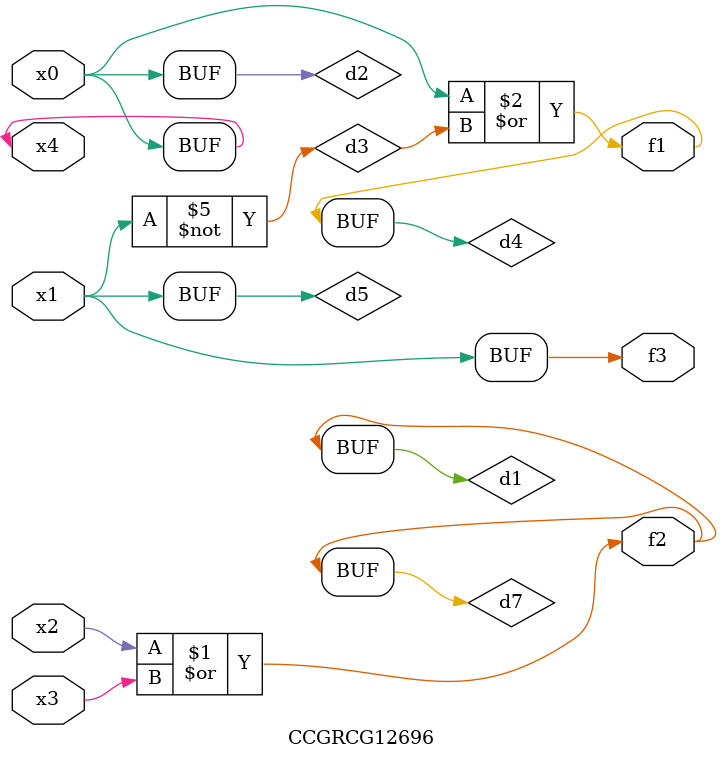
<source format=v>
module CCGRCG12696(
	input x0, x1, x2, x3, x4,
	output f1, f2, f3
);

	wire d1, d2, d3, d4, d5, d6, d7;

	or (d1, x2, x3);
	buf (d2, x0, x4);
	not (d3, x1);
	or (d4, d2, d3);
	not (d5, d3);
	nand (d6, d1, d3);
	or (d7, d1);
	assign f1 = d4;
	assign f2 = d7;
	assign f3 = d5;
endmodule

</source>
